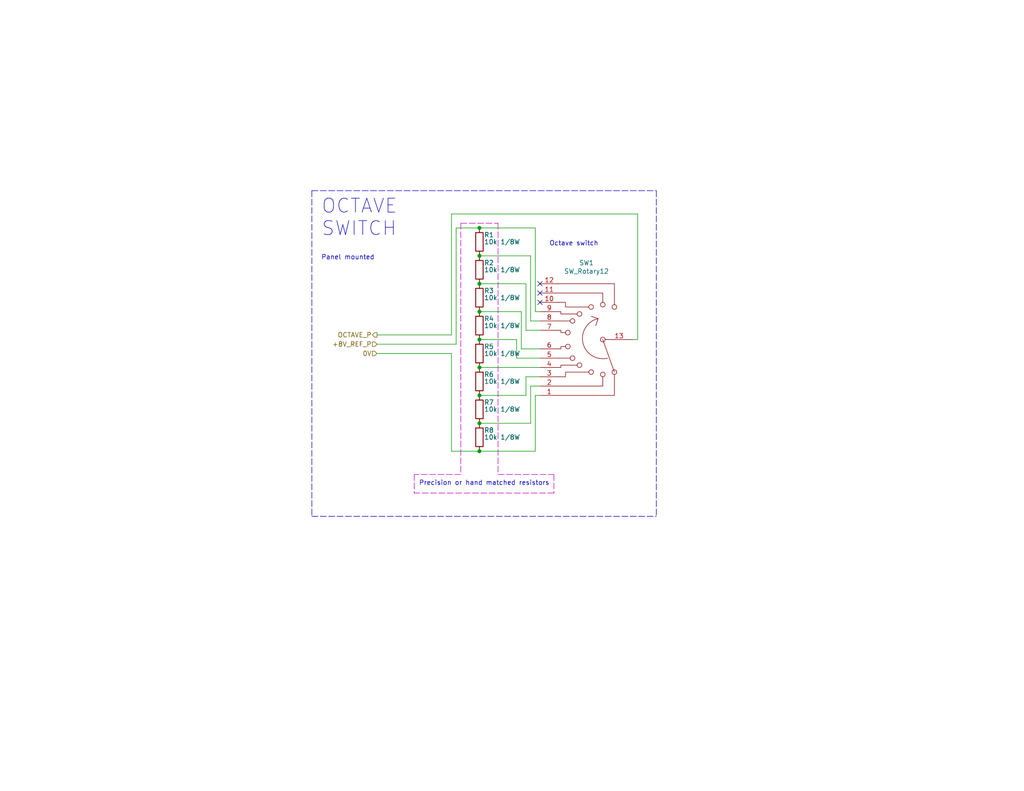
<source format=kicad_sch>
(kicad_sch (version 20211123) (generator eeschema)
  (paper "USLetter")
  (title_block (title "Hero VCO") (date "2021-11-16") (company "Rich Holmes / Analog Output") (comment 1 "or neighboring rights to this work. Published from United States.") (comment 2 "To the extent possible under law, Richard Holmes has waived all copyright and related ") (comment 3 "Based mainly on Kassutronics VCO 3340"))
  (lib_symbols
    (symbol "Switch:SW_Rotary12" (pin_names (offset 1.016) hide)
      (property "Reference" "SW" (at 0 17.78 0))
      (property "Value" "SW_Rotary12" (at 0 -17.78 0))
      (symbol "SW_Rotary12_0_0"
        (circle (center -10.16 -8.89) (radius 0.635))
        (circle (center -10.16 8.89) (radius 0.635))
        (circle (center -6.985 -9.525) (radius 0.635))
        (circle (center -6.985 0) (radius 0.635))
        (circle (center -6.985 9.525) (radius 0.635))
        (arc (start -5.715 -5.715) (mid -1.5995 0.937) (end -8.255 5.08))
        (circle (center -3.81 -8.89) (radius 0.635))
        (circle (center -3.81 8.89) (radius 0.635))
        (circle (center -0.635 -6.985) (radius 0.635))
        (circle (center -0.635 6.985) (radius 0.635))
        (polyline (pts (xy -6.985 0) (xy -10.16 8.89)))
        (polyline (pts (xy -5.715 -5.715) (xy -5.08 -3.81)))
        (polyline (pts (xy -5.715 -5.715) (xy -3.81 -6.35)))
        (polyline (pts (xy 1.905 -5.08) (xy 5.08 -5.08)))
        (polyline (pts (xy 1.905 5.08) (xy 5.08 5.08)))
        (polyline (pts (xy -10.16 -9.525) (xy -10.16 -15.24) (xy 5.08 -15.24)))
        (polyline (pts (xy -10.16 9.525) (xy -10.16 15.24) (xy 5.08 15.24)))
        (polyline (pts (xy -6.985 -10.16) (xy -6.985 -12.7) (xy 5.08 -12.7)))
        (polyline (pts (xy -6.985 10.16) (xy -6.985 12.7) (xy 5.08 12.7)))
        (polyline (pts (xy -3.175 -8.89) (xy 3.175 -8.89) (xy 3.175 -10.16) (xy 5.08 -10.16)))
        (polyline (pts (xy -3.175 8.89) (xy 3.175 8.89) (xy 3.175 10.16) (xy 5.08 10.16)))
        (polyline (pts (xy 0 -6.985) (xy 4.445 -6.985) (xy 4.445 -7.62) (xy 5.08 -7.62)))
        (polyline (pts (xy 0 6.985) (xy 4.445 6.985) (xy 4.445 7.62) (xy 5.08 7.62)))
        (polyline (pts (xy 3.175 -1.905) (xy 4.445 -1.905) (xy 4.445 -2.54) (xy 5.08 -2.54)))
        (polyline (pts (xy 3.175 1.905) (xy 4.445 1.905) (xy 4.445 2.54) (xy 5.08 2.54)))
        (circle (center 1.27 -5.08) (radius 0.635))
        (circle (center 1.27 5.08) (radius 0.635))
        (circle (center 2.54 -1.905) (radius 0.635))
        (circle (center 2.54 1.905) (radius 0.635))
      )
      (symbol "SW_Rotary12_0_1"
        (pin passive line (at 10.16 15.24 180) (length 5.08) (name "1") (number "1"))
        (pin passive line (at 10.16 -10.16 180) (length 5.08) (name "10") (number "10"))
        (pin passive line (at 10.16 -12.7 180) (length 5.08) (name "11") (number "11"))
        (pin passive line (at 10.16 -15.24 180) (length 5.08) (name "12") (number "12"))
        (pin passive line (at -15.24 0 0) (length 7.62) (name "13") (number "13"))
        (pin passive line (at 10.16 12.7 180) (length 5.08) (name "2") (number "2"))
        (pin passive line (at 10.16 10.16 180) (length 5.08) (name "3") (number "3"))
        (pin passive line (at 10.16 7.62 180) (length 5.08) (name "4") (number "4"))
        (pin passive line (at 10.16 5.08 180) (length 5.08) (name "5") (number "5"))
        (pin passive line (at 10.16 2.54 180) (length 5.08) (name "6") (number "6"))
        (pin passive line (at 10.16 -2.54 180) (length 5.08) (name "7") (number "7"))
        (pin passive line (at 10.16 -5.08 180) (length 5.08) (name "8") (number "8"))
        (pin passive line (at 10.16 -7.62 180) (length 5.08) (name "9") (number "9"))
      )
    )
    (symbol "ao_symbols:R" (pin_numbers hide) (pin_names (offset 0))
      (property "Reference" "R" (at 2.032 0 90))
      (property "Value" "R" (at 0 0 90))
      (symbol "R_0_1"
        (rectangle (start -1.016 -2.54) (end 1.016 2.54) (stroke (width 0.254)))
      )
      (symbol "R_1_1"
        (pin passive line (at 0 3.81 270) (length 1.27) (name "~") (number "1"))
        (pin passive line (at 0 -3.81 90) (length 1.27) (name "~") (number "2"))
      )
    )
  )
  (junction (at 130.81 92.71))
  (junction (at 130.81 100.33))
  (junction (at 130.81 77.47))
  (junction (at 130.81 62.23))
  (junction (at 130.81 85.09))
  (junction (at 130.81 123.19))
  (junction (at 130.81 69.85))
  (junction (at 130.81 115.57))
  (junction (at 130.81 107.95))
  (no_connect (at 147.32 80.01))
  (no_connect (at 147.32 82.55))
  (no_connect (at 147.32 77.47))
  (wire (pts (xy 102.87 93.98) (xy 124.46 93.98)))
  (wire (pts (xy 130.81 107.95) (xy 143.51 107.95)))
  (polyline (pts (xy 125.73 129.54) (xy 113.03 129.54)) (stroke (width 0) (color 194 0 194 1)))
  (wire (pts (xy 140.97 97.79) (xy 147.32 97.79)))
  (wire (pts (xy 130.81 85.09) (xy 142.24 85.09)))
  (wire (pts (xy 146.05 107.95) (xy 147.32 107.95)))
  (wire (pts (xy 130.81 77.47) (xy 143.51 77.47)))
  (wire (pts (xy 102.87 91.44) (xy 123.19 91.44)))
  (wire (pts (xy 144.78 87.63) (xy 147.32 87.63)))
  (polyline (pts (xy 85.09 52.07) (xy 85.09 140.97)))
  (wire (pts (xy 124.46 62.23) (xy 130.81 62.23)))
  (wire (pts (xy 123.19 91.44) (xy 123.19 58.42)))
  (wire (pts (xy 143.51 107.95) (xy 143.51 102.87)))
  (wire (pts (xy 144.78 105.41) (xy 147.32 105.41)))
  (polyline (pts (xy 179.07 52.07) (xy 179.07 140.97)))
  (wire (pts (xy 143.51 102.87) (xy 147.32 102.87)))
  (wire (pts (xy 130.81 100.33) (xy 147.32 100.33)))
  (wire (pts (xy 173.99 92.71) (xy 172.72 92.71)))
  (wire (pts (xy 146.05 85.09) (xy 147.32 85.09)))
  (wire (pts (xy 130.81 62.23) (xy 146.05 62.23)))
  (polyline (pts (xy 135.89 60.96) (xy 135.89 129.54)) (stroke (width 0) (color 194 0 194 1)))
  (wire (pts (xy 140.97 92.71) (xy 140.97 97.79)))
  (wire (pts (xy 146.05 62.23) (xy 146.05 85.09)))
  (polyline (pts (xy 135.89 129.54) (xy 151.13 129.54)) (stroke (width 0) (color 194 0 194 1)))
  (polyline (pts (xy 151.13 134.62) (xy 113.03 134.62)) (stroke (width 0) (color 194 0 194 1)))
  (wire (pts (xy 143.51 77.47) (xy 143.51 90.17)))
  (wire (pts (xy 130.81 115.57) (xy 144.78 115.57)))
  (wire (pts (xy 142.24 95.25) (xy 147.32 95.25)))
  (wire (pts (xy 102.87 96.52) (xy 123.19 96.52)))
  (wire (pts (xy 146.05 123.19) (xy 146.05 107.95)))
  (wire (pts (xy 173.99 58.42) (xy 173.99 92.71)))
  (wire (pts (xy 123.19 96.52) (xy 123.19 123.19)))
  (wire (pts (xy 143.51 90.17) (xy 147.32 90.17)))
  (wire (pts (xy 142.24 85.09) (xy 142.24 95.25)))
  (wire (pts (xy 123.19 58.42) (xy 173.99 58.42)))
  (wire (pts (xy 124.46 93.98) (xy 124.46 62.23)))
  (wire (pts (xy 130.81 69.85) (xy 144.78 69.85)))
  (wire (pts (xy 130.81 92.71) (xy 140.97 92.71)))
  (wire (pts (xy 130.81 123.19) (xy 146.05 123.19)))
  (wire (pts (xy 144.78 115.57) (xy 144.78 105.41)))
  (wire (pts (xy 144.78 69.85) (xy 144.78 87.63)))
  (wire (pts (xy 123.19 123.19) (xy 130.81 123.19)))
  (polyline (pts (xy 125.73 60.96) (xy 125.73 129.54)) (stroke (width 0) (color 194 0 194 1)))
  (polyline (pts (xy 113.03 129.54) (xy 113.03 134.62)) (stroke (width 0) (color 194 0 194 1)))
  (polyline (pts (xy 85.09 140.97) (xy 179.07 140.97)))
  (polyline (pts (xy 151.13 129.54) (xy 151.13 134.62)) (stroke (width 0) (color 194 0 194 1)))
  (polyline (pts (xy 125.73 60.96) (xy 135.89 60.96)) (stroke (width 0) (color 194 0 194 1)))
  (polyline (pts (xy 85.09 52.07) (xy 179.07 52.07)))
  (text "Panel mounted" (at 87.63 71.12 0) (effects (font (size 1.27 1.27)) (justify left bottom)))
  (text "OCTAVE\nSWITCH" (at 87.63 64.77 0) (effects (font (size 3.81 3.81)) (justify left bottom)))
  (text "Octave switch" (at 149.86 67.31 0) (effects (font (size 1.27 1.27)) (justify left bottom)))
  (text "Precision or hand matched resistors" (at 114.3 132.715 0) (effects (font (size 1.27 1.27)) (justify left bottom)))
  (hierarchical_label "0V" (shape input) (at 102.87 96.52 180))
  (hierarchical_label "OCTAVE_P" (shape output) (at 102.87 91.44 180))
  (hierarchical_label "+8V_REF_P" (shape input) (at 102.87 93.98 180))
  (symbol (lib_id "Switch:SW_Rotary12") (at 157.48 92.71 180) (unit 1)
    (property "Reference" "SW1" (at 160.02 71.755 0))
    (property "Value" "SW_Rotary12" (at 160.02 74.0664 0))
    (property "Footprint" "ao_tht:Rotary_Switch" (effects hide))
    (property "Datasheet" "http://cdn-reichelt.de/documents/datenblatt/C200/DS-Serie%23LOR.pdf" (effects hide))
  )
  (symbol (lib_id "ao_symbols:R") (at 130.81 66.04 0) (mirror x) (unit 1)
    (property "Reference" "R1" (at 132.08 64.135 0) (effects (justify left)))
    (property "Value" "10k 1/8W" (at 132.08 66.04 0) (effects (justify left)))
    (property "Footprint" "ao_tht:R_Axial_DIN0207_L6.3mm_D2.5mm_P10.16mm_Horizontal" (effects hide))
    (property "Vendor" "Tayda" (effects hide))
  )
  (symbol (lib_id "ao_symbols:R") (at 130.81 73.66 0) (mirror x) (unit 1)
    (property "Reference" "R2" (at 132.08 71.755 0) (effects (justify left)))
    (property "Value" "10k 1/8W" (at 132.08 73.66 0) (effects (justify left)))
    (property "Footprint" "ao_tht:R_Axial_DIN0207_L6.3mm_D2.5mm_P10.16mm_Horizontal" (effects hide))
    (property "Vendor" "Tayda" (effects hide))
  )
  (symbol (lib_id "ao_symbols:R") (at 130.81 81.28 0) (mirror x) (unit 1)
    (property "Reference" "R3" (at 132.08 79.375 0) (effects (justify left)))
    (property "Value" "10k 1/8W" (at 132.08 81.28 0) (effects (justify left)))
    (property "Footprint" "ao_tht:R_Axial_DIN0207_L6.3mm_D2.5mm_P10.16mm_Horizontal" (effects hide))
    (property "Vendor" "Tayda" (effects hide))
  )
  (symbol (lib_id "ao_symbols:R") (at 130.81 88.9 0) (mirror x) (unit 1)
    (property "Reference" "R4" (at 132.08 86.995 0) (effects (justify left)))
    (property "Value" "10k 1/8W" (at 132.08 88.9 0) (effects (justify left)))
    (property "Footprint" "ao_tht:R_Axial_DIN0207_L6.3mm_D2.5mm_P10.16mm_Horizontal" (effects hide))
    (property "Vendor" "Tayda" (effects hide))
  )
  (symbol (lib_id "ao_symbols:R") (at 130.81 96.52 0) (mirror x) (unit 1)
    (property "Reference" "R5" (at 132.08 94.615 0) (effects (justify left)))
    (property "Value" "10k 1/8W" (at 132.08 96.52 0) (effects (justify left)))
    (property "Footprint" "ao_tht:R_Axial_DIN0207_L6.3mm_D2.5mm_P10.16mm_Horizontal" (effects hide))
    (property "Vendor" "Tayda" (effects hide))
  )
  (symbol (lib_id "ao_symbols:R") (at 130.81 104.14 0) (mirror x) (unit 1)
    (property "Reference" "R6" (at 132.08 102.235 0) (effects (justify left)))
    (property "Value" "10k 1/8W" (at 132.08 104.14 0) (effects (justify left)))
    (property "Footprint" "ao_tht:R_Axial_DIN0207_L6.3mm_D2.5mm_P10.16mm_Horizontal" (effects hide))
    (property "Vendor" "Tayda" (effects hide))
  )
  (symbol (lib_id "ao_symbols:R") (at 130.81 111.76 0) (mirror x) (unit 1)
    (property "Reference" "R7" (at 132.08 109.855 0) (effects (justify left)))
    (property "Value" "10k 1/8W" (at 132.08 111.76 0) (effects (justify left)))
    (property "Footprint" "ao_tht:R_Axial_DIN0207_L6.3mm_D2.5mm_P10.16mm_Horizontal" (effects hide))
    (property "Vendor" "Tayda" (effects hide))
  )
  (symbol (lib_id "ao_symbols:R") (at 130.81 119.38 0) (mirror x) (unit 1)
    (property "Reference" "R8" (at 132.08 117.475 0) (effects (justify left)))
    (property "Value" "10k 1/8W" (at 132.08 119.38 0) (effects (justify left)))
    (property "Footprint" "ao_tht:R_Axial_DIN0207_L6.3mm_D2.5mm_P10.16mm_Horizontal" (effects hide))
    (property "Vendor" "Tayda" (effects hide))
  )
)
</source>
